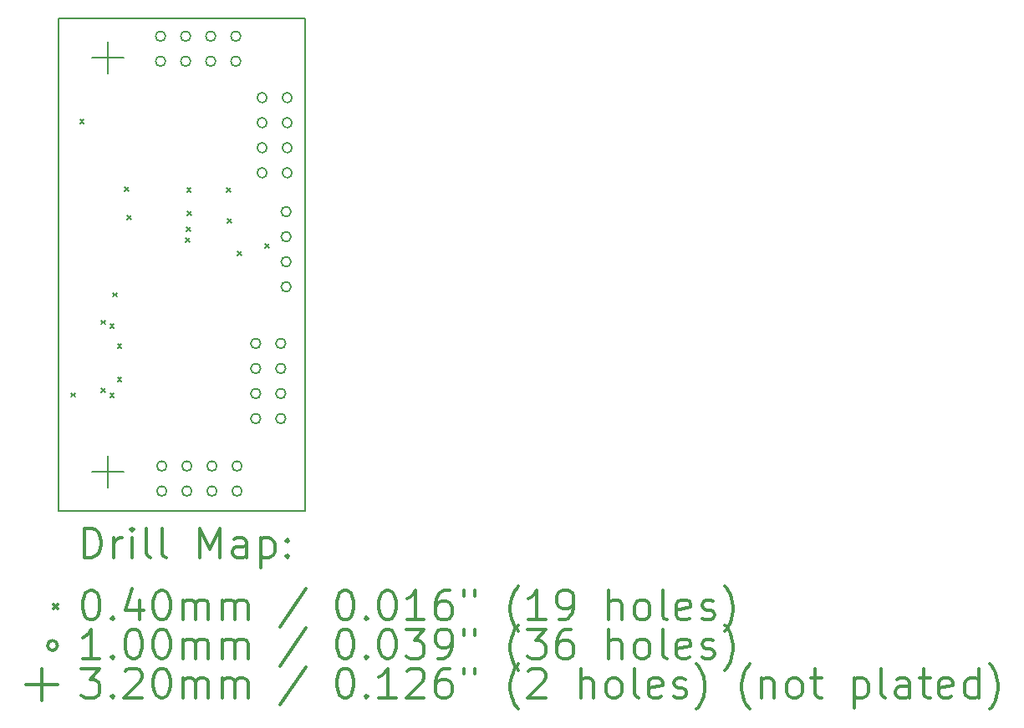
<source format=gbr>
%FSLAX45Y45*%
G04 Gerber Fmt 4.5, Leading zero omitted, Abs format (unit mm)*
G04 Created by KiCad (PCBNEW 4.0.2-stable) date 6/1/2017 8:35:35 PM*
%MOMM*%
G01*
G04 APERTURE LIST*
%ADD10C,0.127000*%
%ADD11C,0.150000*%
%ADD12C,0.200000*%
%ADD13C,0.300000*%
G04 APERTURE END LIST*
D10*
D11*
X12500000Y-10000000D02*
X10000000Y-10000000D01*
X12500000Y-15000000D02*
X12500000Y-10000000D01*
X10000000Y-15000000D02*
X12500000Y-15000000D01*
X10000000Y-10000000D02*
X10000000Y-15000000D01*
D12*
X10129840Y-13802680D02*
X10169840Y-13842680D01*
X10169840Y-13802680D02*
X10129840Y-13842680D01*
X10221280Y-11029000D02*
X10261280Y-11069000D01*
X10261280Y-11029000D02*
X10221280Y-11069000D01*
X10434640Y-13066080D02*
X10474640Y-13106080D01*
X10474640Y-13066080D02*
X10434640Y-13106080D01*
X10434640Y-13756960D02*
X10474640Y-13796960D01*
X10474640Y-13756960D02*
X10434640Y-13796960D01*
X10526080Y-13104240D02*
X10566080Y-13144240D01*
X10566080Y-13104240D02*
X10526080Y-13144240D01*
X10526080Y-13807760D02*
X10566080Y-13847760D01*
X10566080Y-13807760D02*
X10526080Y-13847760D01*
X10556560Y-12785940D02*
X10596560Y-12825940D01*
X10596560Y-12785940D02*
X10556560Y-12825940D01*
X10602280Y-13304840D02*
X10642280Y-13344840D01*
X10642280Y-13304840D02*
X10602280Y-13344840D01*
X10602280Y-13645200D02*
X10642280Y-13685200D01*
X10642280Y-13645200D02*
X10602280Y-13685200D01*
X10673400Y-11714800D02*
X10713400Y-11754800D01*
X10713400Y-11714800D02*
X10673400Y-11754800D01*
X10699990Y-12004360D02*
X10739990Y-12044360D01*
X10739990Y-12004360D02*
X10699990Y-12044360D01*
X11293160Y-12232960D02*
X11333160Y-12272960D01*
X11333160Y-12232960D02*
X11293160Y-12272960D01*
X11298240Y-12121200D02*
X11338240Y-12161200D01*
X11338240Y-12121200D02*
X11298240Y-12161200D01*
X11303320Y-11724960D02*
X11343320Y-11764960D01*
X11343320Y-11724960D02*
X11303320Y-11764960D01*
X11306015Y-11962778D02*
X11346015Y-12002778D01*
X11346015Y-11962778D02*
X11306015Y-12002778D01*
X11703040Y-11724960D02*
X11743040Y-11764960D01*
X11743040Y-11724960D02*
X11703040Y-11764960D01*
X11714800Y-12034840D02*
X11754800Y-12074840D01*
X11754800Y-12034840D02*
X11714800Y-12074840D01*
X11816400Y-12365040D02*
X11856400Y-12405040D01*
X11856400Y-12365040D02*
X11816400Y-12405040D01*
X12095800Y-12288840D02*
X12135800Y-12328840D01*
X12135800Y-12288840D02*
X12095800Y-12328840D01*
X11086300Y-10185400D02*
G75*
G03X11086300Y-10185400I-50000J0D01*
G01*
X11086300Y-10439400D02*
G75*
G03X11086300Y-10439400I-50000J0D01*
G01*
X11099000Y-14544040D02*
G75*
G03X11099000Y-14544040I-50000J0D01*
G01*
X11099000Y-14798040D02*
G75*
G03X11099000Y-14798040I-50000J0D01*
G01*
X11340300Y-10185400D02*
G75*
G03X11340300Y-10185400I-50000J0D01*
G01*
X11340300Y-10439400D02*
G75*
G03X11340300Y-10439400I-50000J0D01*
G01*
X11353000Y-14544040D02*
G75*
G03X11353000Y-14544040I-50000J0D01*
G01*
X11353000Y-14798040D02*
G75*
G03X11353000Y-14798040I-50000J0D01*
G01*
X11594300Y-10185400D02*
G75*
G03X11594300Y-10185400I-50000J0D01*
G01*
X11594300Y-10439400D02*
G75*
G03X11594300Y-10439400I-50000J0D01*
G01*
X11607000Y-14544040D02*
G75*
G03X11607000Y-14544040I-50000J0D01*
G01*
X11607000Y-14798040D02*
G75*
G03X11607000Y-14798040I-50000J0D01*
G01*
X11848300Y-10185400D02*
G75*
G03X11848300Y-10185400I-50000J0D01*
G01*
X11848300Y-10439400D02*
G75*
G03X11848300Y-10439400I-50000J0D01*
G01*
X11861000Y-14544040D02*
G75*
G03X11861000Y-14544040I-50000J0D01*
G01*
X11861000Y-14798040D02*
G75*
G03X11861000Y-14798040I-50000J0D01*
G01*
X12050000Y-13300000D02*
G75*
G03X12050000Y-13300000I-50000J0D01*
G01*
X12050000Y-13554000D02*
G75*
G03X12050000Y-13554000I-50000J0D01*
G01*
X12050000Y-13808000D02*
G75*
G03X12050000Y-13808000I-50000J0D01*
G01*
X12050000Y-14062000D02*
G75*
G03X12050000Y-14062000I-50000J0D01*
G01*
X12115000Y-10807700D02*
G75*
G03X12115000Y-10807700I-50000J0D01*
G01*
X12115000Y-11061700D02*
G75*
G03X12115000Y-11061700I-50000J0D01*
G01*
X12115000Y-11315700D02*
G75*
G03X12115000Y-11315700I-50000J0D01*
G01*
X12115000Y-11569700D02*
G75*
G03X12115000Y-11569700I-50000J0D01*
G01*
X12304000Y-13300000D02*
G75*
G03X12304000Y-13300000I-50000J0D01*
G01*
X12304000Y-13554000D02*
G75*
G03X12304000Y-13554000I-50000J0D01*
G01*
X12304000Y-13808000D02*
G75*
G03X12304000Y-13808000I-50000J0D01*
G01*
X12304000Y-14062000D02*
G75*
G03X12304000Y-14062000I-50000J0D01*
G01*
X12358200Y-11963400D02*
G75*
G03X12358200Y-11963400I-50000J0D01*
G01*
X12358200Y-12217400D02*
G75*
G03X12358200Y-12217400I-50000J0D01*
G01*
X12358200Y-12471400D02*
G75*
G03X12358200Y-12471400I-50000J0D01*
G01*
X12358200Y-12725400D02*
G75*
G03X12358200Y-12725400I-50000J0D01*
G01*
X12369000Y-10807700D02*
G75*
G03X12369000Y-10807700I-50000J0D01*
G01*
X12369000Y-11061700D02*
G75*
G03X12369000Y-11061700I-50000J0D01*
G01*
X12369000Y-11315700D02*
G75*
G03X12369000Y-11315700I-50000J0D01*
G01*
X12369000Y-11569700D02*
G75*
G03X12369000Y-11569700I-50000J0D01*
G01*
X10500000Y-10240000D02*
X10500000Y-10560000D01*
X10340000Y-10400000D02*
X10660000Y-10400000D01*
X10500000Y-14440000D02*
X10500000Y-14760000D01*
X10340000Y-14600000D02*
X10660000Y-14600000D01*
D13*
X10263929Y-15473214D02*
X10263929Y-15173214D01*
X10335357Y-15173214D01*
X10378214Y-15187500D01*
X10406786Y-15216071D01*
X10421071Y-15244643D01*
X10435357Y-15301786D01*
X10435357Y-15344643D01*
X10421071Y-15401786D01*
X10406786Y-15430357D01*
X10378214Y-15458929D01*
X10335357Y-15473214D01*
X10263929Y-15473214D01*
X10563929Y-15473214D02*
X10563929Y-15273214D01*
X10563929Y-15330357D02*
X10578214Y-15301786D01*
X10592500Y-15287500D01*
X10621071Y-15273214D01*
X10649643Y-15273214D01*
X10749643Y-15473214D02*
X10749643Y-15273214D01*
X10749643Y-15173214D02*
X10735357Y-15187500D01*
X10749643Y-15201786D01*
X10763929Y-15187500D01*
X10749643Y-15173214D01*
X10749643Y-15201786D01*
X10935357Y-15473214D02*
X10906786Y-15458929D01*
X10892500Y-15430357D01*
X10892500Y-15173214D01*
X11092500Y-15473214D02*
X11063929Y-15458929D01*
X11049643Y-15430357D01*
X11049643Y-15173214D01*
X11435357Y-15473214D02*
X11435357Y-15173214D01*
X11535357Y-15387500D01*
X11635357Y-15173214D01*
X11635357Y-15473214D01*
X11906786Y-15473214D02*
X11906786Y-15316071D01*
X11892500Y-15287500D01*
X11863928Y-15273214D01*
X11806786Y-15273214D01*
X11778214Y-15287500D01*
X11906786Y-15458929D02*
X11878214Y-15473214D01*
X11806786Y-15473214D01*
X11778214Y-15458929D01*
X11763928Y-15430357D01*
X11763928Y-15401786D01*
X11778214Y-15373214D01*
X11806786Y-15358929D01*
X11878214Y-15358929D01*
X11906786Y-15344643D01*
X12049643Y-15273214D02*
X12049643Y-15573214D01*
X12049643Y-15287500D02*
X12078214Y-15273214D01*
X12135357Y-15273214D01*
X12163928Y-15287500D01*
X12178214Y-15301786D01*
X12192500Y-15330357D01*
X12192500Y-15416071D01*
X12178214Y-15444643D01*
X12163928Y-15458929D01*
X12135357Y-15473214D01*
X12078214Y-15473214D01*
X12049643Y-15458929D01*
X12321071Y-15444643D02*
X12335357Y-15458929D01*
X12321071Y-15473214D01*
X12306786Y-15458929D01*
X12321071Y-15444643D01*
X12321071Y-15473214D01*
X12321071Y-15287500D02*
X12335357Y-15301786D01*
X12321071Y-15316071D01*
X12306786Y-15301786D01*
X12321071Y-15287500D01*
X12321071Y-15316071D01*
X9952500Y-15947500D02*
X9992500Y-15987500D01*
X9992500Y-15947500D02*
X9952500Y-15987500D01*
X10321071Y-15803214D02*
X10349643Y-15803214D01*
X10378214Y-15817500D01*
X10392500Y-15831786D01*
X10406786Y-15860357D01*
X10421071Y-15917500D01*
X10421071Y-15988929D01*
X10406786Y-16046071D01*
X10392500Y-16074643D01*
X10378214Y-16088929D01*
X10349643Y-16103214D01*
X10321071Y-16103214D01*
X10292500Y-16088929D01*
X10278214Y-16074643D01*
X10263929Y-16046071D01*
X10249643Y-15988929D01*
X10249643Y-15917500D01*
X10263929Y-15860357D01*
X10278214Y-15831786D01*
X10292500Y-15817500D01*
X10321071Y-15803214D01*
X10549643Y-16074643D02*
X10563929Y-16088929D01*
X10549643Y-16103214D01*
X10535357Y-16088929D01*
X10549643Y-16074643D01*
X10549643Y-16103214D01*
X10821071Y-15903214D02*
X10821071Y-16103214D01*
X10749643Y-15788929D02*
X10678214Y-16003214D01*
X10863928Y-16003214D01*
X11035357Y-15803214D02*
X11063929Y-15803214D01*
X11092500Y-15817500D01*
X11106786Y-15831786D01*
X11121071Y-15860357D01*
X11135357Y-15917500D01*
X11135357Y-15988929D01*
X11121071Y-16046071D01*
X11106786Y-16074643D01*
X11092500Y-16088929D01*
X11063929Y-16103214D01*
X11035357Y-16103214D01*
X11006786Y-16088929D01*
X10992500Y-16074643D01*
X10978214Y-16046071D01*
X10963929Y-15988929D01*
X10963929Y-15917500D01*
X10978214Y-15860357D01*
X10992500Y-15831786D01*
X11006786Y-15817500D01*
X11035357Y-15803214D01*
X11263928Y-16103214D02*
X11263928Y-15903214D01*
X11263928Y-15931786D02*
X11278214Y-15917500D01*
X11306786Y-15903214D01*
X11349643Y-15903214D01*
X11378214Y-15917500D01*
X11392500Y-15946071D01*
X11392500Y-16103214D01*
X11392500Y-15946071D02*
X11406786Y-15917500D01*
X11435357Y-15903214D01*
X11478214Y-15903214D01*
X11506786Y-15917500D01*
X11521071Y-15946071D01*
X11521071Y-16103214D01*
X11663928Y-16103214D02*
X11663928Y-15903214D01*
X11663928Y-15931786D02*
X11678214Y-15917500D01*
X11706786Y-15903214D01*
X11749643Y-15903214D01*
X11778214Y-15917500D01*
X11792500Y-15946071D01*
X11792500Y-16103214D01*
X11792500Y-15946071D02*
X11806786Y-15917500D01*
X11835357Y-15903214D01*
X11878214Y-15903214D01*
X11906786Y-15917500D01*
X11921071Y-15946071D01*
X11921071Y-16103214D01*
X12506786Y-15788929D02*
X12249643Y-16174643D01*
X12892500Y-15803214D02*
X12921071Y-15803214D01*
X12949643Y-15817500D01*
X12963928Y-15831786D01*
X12978214Y-15860357D01*
X12992500Y-15917500D01*
X12992500Y-15988929D01*
X12978214Y-16046071D01*
X12963928Y-16074643D01*
X12949643Y-16088929D01*
X12921071Y-16103214D01*
X12892500Y-16103214D01*
X12863928Y-16088929D01*
X12849643Y-16074643D01*
X12835357Y-16046071D01*
X12821071Y-15988929D01*
X12821071Y-15917500D01*
X12835357Y-15860357D01*
X12849643Y-15831786D01*
X12863928Y-15817500D01*
X12892500Y-15803214D01*
X13121071Y-16074643D02*
X13135357Y-16088929D01*
X13121071Y-16103214D01*
X13106786Y-16088929D01*
X13121071Y-16074643D01*
X13121071Y-16103214D01*
X13321071Y-15803214D02*
X13349643Y-15803214D01*
X13378214Y-15817500D01*
X13392500Y-15831786D01*
X13406785Y-15860357D01*
X13421071Y-15917500D01*
X13421071Y-15988929D01*
X13406785Y-16046071D01*
X13392500Y-16074643D01*
X13378214Y-16088929D01*
X13349643Y-16103214D01*
X13321071Y-16103214D01*
X13292500Y-16088929D01*
X13278214Y-16074643D01*
X13263928Y-16046071D01*
X13249643Y-15988929D01*
X13249643Y-15917500D01*
X13263928Y-15860357D01*
X13278214Y-15831786D01*
X13292500Y-15817500D01*
X13321071Y-15803214D01*
X13706785Y-16103214D02*
X13535357Y-16103214D01*
X13621071Y-16103214D02*
X13621071Y-15803214D01*
X13592500Y-15846071D01*
X13563928Y-15874643D01*
X13535357Y-15888929D01*
X13963928Y-15803214D02*
X13906785Y-15803214D01*
X13878214Y-15817500D01*
X13863928Y-15831786D01*
X13835357Y-15874643D01*
X13821071Y-15931786D01*
X13821071Y-16046071D01*
X13835357Y-16074643D01*
X13849643Y-16088929D01*
X13878214Y-16103214D01*
X13935357Y-16103214D01*
X13963928Y-16088929D01*
X13978214Y-16074643D01*
X13992500Y-16046071D01*
X13992500Y-15974643D01*
X13978214Y-15946071D01*
X13963928Y-15931786D01*
X13935357Y-15917500D01*
X13878214Y-15917500D01*
X13849643Y-15931786D01*
X13835357Y-15946071D01*
X13821071Y-15974643D01*
X14106786Y-15803214D02*
X14106786Y-15860357D01*
X14221071Y-15803214D02*
X14221071Y-15860357D01*
X14663928Y-16217500D02*
X14649643Y-16203214D01*
X14621071Y-16160357D01*
X14606785Y-16131786D01*
X14592500Y-16088929D01*
X14578214Y-16017500D01*
X14578214Y-15960357D01*
X14592500Y-15888929D01*
X14606785Y-15846071D01*
X14621071Y-15817500D01*
X14649643Y-15774643D01*
X14663928Y-15760357D01*
X14935357Y-16103214D02*
X14763928Y-16103214D01*
X14849643Y-16103214D02*
X14849643Y-15803214D01*
X14821071Y-15846071D01*
X14792500Y-15874643D01*
X14763928Y-15888929D01*
X15078214Y-16103214D02*
X15135357Y-16103214D01*
X15163928Y-16088929D01*
X15178214Y-16074643D01*
X15206785Y-16031786D01*
X15221071Y-15974643D01*
X15221071Y-15860357D01*
X15206785Y-15831786D01*
X15192500Y-15817500D01*
X15163928Y-15803214D01*
X15106785Y-15803214D01*
X15078214Y-15817500D01*
X15063928Y-15831786D01*
X15049643Y-15860357D01*
X15049643Y-15931786D01*
X15063928Y-15960357D01*
X15078214Y-15974643D01*
X15106785Y-15988929D01*
X15163928Y-15988929D01*
X15192500Y-15974643D01*
X15206785Y-15960357D01*
X15221071Y-15931786D01*
X15578214Y-16103214D02*
X15578214Y-15803214D01*
X15706785Y-16103214D02*
X15706785Y-15946071D01*
X15692500Y-15917500D01*
X15663928Y-15903214D01*
X15621071Y-15903214D01*
X15592500Y-15917500D01*
X15578214Y-15931786D01*
X15892500Y-16103214D02*
X15863928Y-16088929D01*
X15849643Y-16074643D01*
X15835357Y-16046071D01*
X15835357Y-15960357D01*
X15849643Y-15931786D01*
X15863928Y-15917500D01*
X15892500Y-15903214D01*
X15935357Y-15903214D01*
X15963928Y-15917500D01*
X15978214Y-15931786D01*
X15992500Y-15960357D01*
X15992500Y-16046071D01*
X15978214Y-16074643D01*
X15963928Y-16088929D01*
X15935357Y-16103214D01*
X15892500Y-16103214D01*
X16163928Y-16103214D02*
X16135357Y-16088929D01*
X16121071Y-16060357D01*
X16121071Y-15803214D01*
X16392500Y-16088929D02*
X16363928Y-16103214D01*
X16306786Y-16103214D01*
X16278214Y-16088929D01*
X16263928Y-16060357D01*
X16263928Y-15946071D01*
X16278214Y-15917500D01*
X16306786Y-15903214D01*
X16363928Y-15903214D01*
X16392500Y-15917500D01*
X16406786Y-15946071D01*
X16406786Y-15974643D01*
X16263928Y-16003214D01*
X16521071Y-16088929D02*
X16549643Y-16103214D01*
X16606786Y-16103214D01*
X16635357Y-16088929D01*
X16649643Y-16060357D01*
X16649643Y-16046071D01*
X16635357Y-16017500D01*
X16606786Y-16003214D01*
X16563928Y-16003214D01*
X16535357Y-15988929D01*
X16521071Y-15960357D01*
X16521071Y-15946071D01*
X16535357Y-15917500D01*
X16563928Y-15903214D01*
X16606786Y-15903214D01*
X16635357Y-15917500D01*
X16749643Y-16217500D02*
X16763928Y-16203214D01*
X16792500Y-16160357D01*
X16806786Y-16131786D01*
X16821071Y-16088929D01*
X16835357Y-16017500D01*
X16835357Y-15960357D01*
X16821071Y-15888929D01*
X16806786Y-15846071D01*
X16792500Y-15817500D01*
X16763928Y-15774643D01*
X16749643Y-15760357D01*
X9992500Y-16363500D02*
G75*
G03X9992500Y-16363500I-50000J0D01*
G01*
X10421071Y-16499214D02*
X10249643Y-16499214D01*
X10335357Y-16499214D02*
X10335357Y-16199214D01*
X10306786Y-16242071D01*
X10278214Y-16270643D01*
X10249643Y-16284929D01*
X10549643Y-16470643D02*
X10563929Y-16484929D01*
X10549643Y-16499214D01*
X10535357Y-16484929D01*
X10549643Y-16470643D01*
X10549643Y-16499214D01*
X10749643Y-16199214D02*
X10778214Y-16199214D01*
X10806786Y-16213500D01*
X10821071Y-16227786D01*
X10835357Y-16256357D01*
X10849643Y-16313500D01*
X10849643Y-16384929D01*
X10835357Y-16442071D01*
X10821071Y-16470643D01*
X10806786Y-16484929D01*
X10778214Y-16499214D01*
X10749643Y-16499214D01*
X10721071Y-16484929D01*
X10706786Y-16470643D01*
X10692500Y-16442071D01*
X10678214Y-16384929D01*
X10678214Y-16313500D01*
X10692500Y-16256357D01*
X10706786Y-16227786D01*
X10721071Y-16213500D01*
X10749643Y-16199214D01*
X11035357Y-16199214D02*
X11063929Y-16199214D01*
X11092500Y-16213500D01*
X11106786Y-16227786D01*
X11121071Y-16256357D01*
X11135357Y-16313500D01*
X11135357Y-16384929D01*
X11121071Y-16442071D01*
X11106786Y-16470643D01*
X11092500Y-16484929D01*
X11063929Y-16499214D01*
X11035357Y-16499214D01*
X11006786Y-16484929D01*
X10992500Y-16470643D01*
X10978214Y-16442071D01*
X10963929Y-16384929D01*
X10963929Y-16313500D01*
X10978214Y-16256357D01*
X10992500Y-16227786D01*
X11006786Y-16213500D01*
X11035357Y-16199214D01*
X11263928Y-16499214D02*
X11263928Y-16299214D01*
X11263928Y-16327786D02*
X11278214Y-16313500D01*
X11306786Y-16299214D01*
X11349643Y-16299214D01*
X11378214Y-16313500D01*
X11392500Y-16342071D01*
X11392500Y-16499214D01*
X11392500Y-16342071D02*
X11406786Y-16313500D01*
X11435357Y-16299214D01*
X11478214Y-16299214D01*
X11506786Y-16313500D01*
X11521071Y-16342071D01*
X11521071Y-16499214D01*
X11663928Y-16499214D02*
X11663928Y-16299214D01*
X11663928Y-16327786D02*
X11678214Y-16313500D01*
X11706786Y-16299214D01*
X11749643Y-16299214D01*
X11778214Y-16313500D01*
X11792500Y-16342071D01*
X11792500Y-16499214D01*
X11792500Y-16342071D02*
X11806786Y-16313500D01*
X11835357Y-16299214D01*
X11878214Y-16299214D01*
X11906786Y-16313500D01*
X11921071Y-16342071D01*
X11921071Y-16499214D01*
X12506786Y-16184929D02*
X12249643Y-16570643D01*
X12892500Y-16199214D02*
X12921071Y-16199214D01*
X12949643Y-16213500D01*
X12963928Y-16227786D01*
X12978214Y-16256357D01*
X12992500Y-16313500D01*
X12992500Y-16384929D01*
X12978214Y-16442071D01*
X12963928Y-16470643D01*
X12949643Y-16484929D01*
X12921071Y-16499214D01*
X12892500Y-16499214D01*
X12863928Y-16484929D01*
X12849643Y-16470643D01*
X12835357Y-16442071D01*
X12821071Y-16384929D01*
X12821071Y-16313500D01*
X12835357Y-16256357D01*
X12849643Y-16227786D01*
X12863928Y-16213500D01*
X12892500Y-16199214D01*
X13121071Y-16470643D02*
X13135357Y-16484929D01*
X13121071Y-16499214D01*
X13106786Y-16484929D01*
X13121071Y-16470643D01*
X13121071Y-16499214D01*
X13321071Y-16199214D02*
X13349643Y-16199214D01*
X13378214Y-16213500D01*
X13392500Y-16227786D01*
X13406785Y-16256357D01*
X13421071Y-16313500D01*
X13421071Y-16384929D01*
X13406785Y-16442071D01*
X13392500Y-16470643D01*
X13378214Y-16484929D01*
X13349643Y-16499214D01*
X13321071Y-16499214D01*
X13292500Y-16484929D01*
X13278214Y-16470643D01*
X13263928Y-16442071D01*
X13249643Y-16384929D01*
X13249643Y-16313500D01*
X13263928Y-16256357D01*
X13278214Y-16227786D01*
X13292500Y-16213500D01*
X13321071Y-16199214D01*
X13521071Y-16199214D02*
X13706785Y-16199214D01*
X13606785Y-16313500D01*
X13649643Y-16313500D01*
X13678214Y-16327786D01*
X13692500Y-16342071D01*
X13706785Y-16370643D01*
X13706785Y-16442071D01*
X13692500Y-16470643D01*
X13678214Y-16484929D01*
X13649643Y-16499214D01*
X13563928Y-16499214D01*
X13535357Y-16484929D01*
X13521071Y-16470643D01*
X13849643Y-16499214D02*
X13906785Y-16499214D01*
X13935357Y-16484929D01*
X13949643Y-16470643D01*
X13978214Y-16427786D01*
X13992500Y-16370643D01*
X13992500Y-16256357D01*
X13978214Y-16227786D01*
X13963928Y-16213500D01*
X13935357Y-16199214D01*
X13878214Y-16199214D01*
X13849643Y-16213500D01*
X13835357Y-16227786D01*
X13821071Y-16256357D01*
X13821071Y-16327786D01*
X13835357Y-16356357D01*
X13849643Y-16370643D01*
X13878214Y-16384929D01*
X13935357Y-16384929D01*
X13963928Y-16370643D01*
X13978214Y-16356357D01*
X13992500Y-16327786D01*
X14106786Y-16199214D02*
X14106786Y-16256357D01*
X14221071Y-16199214D02*
X14221071Y-16256357D01*
X14663928Y-16613500D02*
X14649643Y-16599214D01*
X14621071Y-16556357D01*
X14606785Y-16527786D01*
X14592500Y-16484929D01*
X14578214Y-16413500D01*
X14578214Y-16356357D01*
X14592500Y-16284929D01*
X14606785Y-16242071D01*
X14621071Y-16213500D01*
X14649643Y-16170643D01*
X14663928Y-16156357D01*
X14749643Y-16199214D02*
X14935357Y-16199214D01*
X14835357Y-16313500D01*
X14878214Y-16313500D01*
X14906785Y-16327786D01*
X14921071Y-16342071D01*
X14935357Y-16370643D01*
X14935357Y-16442071D01*
X14921071Y-16470643D01*
X14906785Y-16484929D01*
X14878214Y-16499214D01*
X14792500Y-16499214D01*
X14763928Y-16484929D01*
X14749643Y-16470643D01*
X15192500Y-16199214D02*
X15135357Y-16199214D01*
X15106785Y-16213500D01*
X15092500Y-16227786D01*
X15063928Y-16270643D01*
X15049643Y-16327786D01*
X15049643Y-16442071D01*
X15063928Y-16470643D01*
X15078214Y-16484929D01*
X15106785Y-16499214D01*
X15163928Y-16499214D01*
X15192500Y-16484929D01*
X15206785Y-16470643D01*
X15221071Y-16442071D01*
X15221071Y-16370643D01*
X15206785Y-16342071D01*
X15192500Y-16327786D01*
X15163928Y-16313500D01*
X15106785Y-16313500D01*
X15078214Y-16327786D01*
X15063928Y-16342071D01*
X15049643Y-16370643D01*
X15578214Y-16499214D02*
X15578214Y-16199214D01*
X15706785Y-16499214D02*
X15706785Y-16342071D01*
X15692500Y-16313500D01*
X15663928Y-16299214D01*
X15621071Y-16299214D01*
X15592500Y-16313500D01*
X15578214Y-16327786D01*
X15892500Y-16499214D02*
X15863928Y-16484929D01*
X15849643Y-16470643D01*
X15835357Y-16442071D01*
X15835357Y-16356357D01*
X15849643Y-16327786D01*
X15863928Y-16313500D01*
X15892500Y-16299214D01*
X15935357Y-16299214D01*
X15963928Y-16313500D01*
X15978214Y-16327786D01*
X15992500Y-16356357D01*
X15992500Y-16442071D01*
X15978214Y-16470643D01*
X15963928Y-16484929D01*
X15935357Y-16499214D01*
X15892500Y-16499214D01*
X16163928Y-16499214D02*
X16135357Y-16484929D01*
X16121071Y-16456357D01*
X16121071Y-16199214D01*
X16392500Y-16484929D02*
X16363928Y-16499214D01*
X16306786Y-16499214D01*
X16278214Y-16484929D01*
X16263928Y-16456357D01*
X16263928Y-16342071D01*
X16278214Y-16313500D01*
X16306786Y-16299214D01*
X16363928Y-16299214D01*
X16392500Y-16313500D01*
X16406786Y-16342071D01*
X16406786Y-16370643D01*
X16263928Y-16399214D01*
X16521071Y-16484929D02*
X16549643Y-16499214D01*
X16606786Y-16499214D01*
X16635357Y-16484929D01*
X16649643Y-16456357D01*
X16649643Y-16442071D01*
X16635357Y-16413500D01*
X16606786Y-16399214D01*
X16563928Y-16399214D01*
X16535357Y-16384929D01*
X16521071Y-16356357D01*
X16521071Y-16342071D01*
X16535357Y-16313500D01*
X16563928Y-16299214D01*
X16606786Y-16299214D01*
X16635357Y-16313500D01*
X16749643Y-16613500D02*
X16763928Y-16599214D01*
X16792500Y-16556357D01*
X16806786Y-16527786D01*
X16821071Y-16484929D01*
X16835357Y-16413500D01*
X16835357Y-16356357D01*
X16821071Y-16284929D01*
X16806786Y-16242071D01*
X16792500Y-16213500D01*
X16763928Y-16170643D01*
X16749643Y-16156357D01*
X9832500Y-16599500D02*
X9832500Y-16919500D01*
X9672500Y-16759500D02*
X9992500Y-16759500D01*
X10235357Y-16595214D02*
X10421071Y-16595214D01*
X10321071Y-16709500D01*
X10363929Y-16709500D01*
X10392500Y-16723786D01*
X10406786Y-16738071D01*
X10421071Y-16766643D01*
X10421071Y-16838072D01*
X10406786Y-16866643D01*
X10392500Y-16880929D01*
X10363929Y-16895214D01*
X10278214Y-16895214D01*
X10249643Y-16880929D01*
X10235357Y-16866643D01*
X10549643Y-16866643D02*
X10563929Y-16880929D01*
X10549643Y-16895214D01*
X10535357Y-16880929D01*
X10549643Y-16866643D01*
X10549643Y-16895214D01*
X10678214Y-16623786D02*
X10692500Y-16609500D01*
X10721071Y-16595214D01*
X10792500Y-16595214D01*
X10821071Y-16609500D01*
X10835357Y-16623786D01*
X10849643Y-16652357D01*
X10849643Y-16680929D01*
X10835357Y-16723786D01*
X10663928Y-16895214D01*
X10849643Y-16895214D01*
X11035357Y-16595214D02*
X11063929Y-16595214D01*
X11092500Y-16609500D01*
X11106786Y-16623786D01*
X11121071Y-16652357D01*
X11135357Y-16709500D01*
X11135357Y-16780929D01*
X11121071Y-16838072D01*
X11106786Y-16866643D01*
X11092500Y-16880929D01*
X11063929Y-16895214D01*
X11035357Y-16895214D01*
X11006786Y-16880929D01*
X10992500Y-16866643D01*
X10978214Y-16838072D01*
X10963929Y-16780929D01*
X10963929Y-16709500D01*
X10978214Y-16652357D01*
X10992500Y-16623786D01*
X11006786Y-16609500D01*
X11035357Y-16595214D01*
X11263928Y-16895214D02*
X11263928Y-16695214D01*
X11263928Y-16723786D02*
X11278214Y-16709500D01*
X11306786Y-16695214D01*
X11349643Y-16695214D01*
X11378214Y-16709500D01*
X11392500Y-16738071D01*
X11392500Y-16895214D01*
X11392500Y-16738071D02*
X11406786Y-16709500D01*
X11435357Y-16695214D01*
X11478214Y-16695214D01*
X11506786Y-16709500D01*
X11521071Y-16738071D01*
X11521071Y-16895214D01*
X11663928Y-16895214D02*
X11663928Y-16695214D01*
X11663928Y-16723786D02*
X11678214Y-16709500D01*
X11706786Y-16695214D01*
X11749643Y-16695214D01*
X11778214Y-16709500D01*
X11792500Y-16738071D01*
X11792500Y-16895214D01*
X11792500Y-16738071D02*
X11806786Y-16709500D01*
X11835357Y-16695214D01*
X11878214Y-16695214D01*
X11906786Y-16709500D01*
X11921071Y-16738071D01*
X11921071Y-16895214D01*
X12506786Y-16580929D02*
X12249643Y-16966643D01*
X12892500Y-16595214D02*
X12921071Y-16595214D01*
X12949643Y-16609500D01*
X12963928Y-16623786D01*
X12978214Y-16652357D01*
X12992500Y-16709500D01*
X12992500Y-16780929D01*
X12978214Y-16838072D01*
X12963928Y-16866643D01*
X12949643Y-16880929D01*
X12921071Y-16895214D01*
X12892500Y-16895214D01*
X12863928Y-16880929D01*
X12849643Y-16866643D01*
X12835357Y-16838072D01*
X12821071Y-16780929D01*
X12821071Y-16709500D01*
X12835357Y-16652357D01*
X12849643Y-16623786D01*
X12863928Y-16609500D01*
X12892500Y-16595214D01*
X13121071Y-16866643D02*
X13135357Y-16880929D01*
X13121071Y-16895214D01*
X13106786Y-16880929D01*
X13121071Y-16866643D01*
X13121071Y-16895214D01*
X13421071Y-16895214D02*
X13249643Y-16895214D01*
X13335357Y-16895214D02*
X13335357Y-16595214D01*
X13306785Y-16638071D01*
X13278214Y-16666643D01*
X13249643Y-16680929D01*
X13535357Y-16623786D02*
X13549643Y-16609500D01*
X13578214Y-16595214D01*
X13649643Y-16595214D01*
X13678214Y-16609500D01*
X13692500Y-16623786D01*
X13706785Y-16652357D01*
X13706785Y-16680929D01*
X13692500Y-16723786D01*
X13521071Y-16895214D01*
X13706785Y-16895214D01*
X13963928Y-16595214D02*
X13906785Y-16595214D01*
X13878214Y-16609500D01*
X13863928Y-16623786D01*
X13835357Y-16666643D01*
X13821071Y-16723786D01*
X13821071Y-16838072D01*
X13835357Y-16866643D01*
X13849643Y-16880929D01*
X13878214Y-16895214D01*
X13935357Y-16895214D01*
X13963928Y-16880929D01*
X13978214Y-16866643D01*
X13992500Y-16838072D01*
X13992500Y-16766643D01*
X13978214Y-16738071D01*
X13963928Y-16723786D01*
X13935357Y-16709500D01*
X13878214Y-16709500D01*
X13849643Y-16723786D01*
X13835357Y-16738071D01*
X13821071Y-16766643D01*
X14106786Y-16595214D02*
X14106786Y-16652357D01*
X14221071Y-16595214D02*
X14221071Y-16652357D01*
X14663928Y-17009500D02*
X14649643Y-16995214D01*
X14621071Y-16952357D01*
X14606785Y-16923786D01*
X14592500Y-16880929D01*
X14578214Y-16809500D01*
X14578214Y-16752357D01*
X14592500Y-16680929D01*
X14606785Y-16638071D01*
X14621071Y-16609500D01*
X14649643Y-16566643D01*
X14663928Y-16552357D01*
X14763928Y-16623786D02*
X14778214Y-16609500D01*
X14806785Y-16595214D01*
X14878214Y-16595214D01*
X14906785Y-16609500D01*
X14921071Y-16623786D01*
X14935357Y-16652357D01*
X14935357Y-16680929D01*
X14921071Y-16723786D01*
X14749643Y-16895214D01*
X14935357Y-16895214D01*
X15292500Y-16895214D02*
X15292500Y-16595214D01*
X15421071Y-16895214D02*
X15421071Y-16738071D01*
X15406785Y-16709500D01*
X15378214Y-16695214D01*
X15335357Y-16695214D01*
X15306785Y-16709500D01*
X15292500Y-16723786D01*
X15606785Y-16895214D02*
X15578214Y-16880929D01*
X15563928Y-16866643D01*
X15549643Y-16838072D01*
X15549643Y-16752357D01*
X15563928Y-16723786D01*
X15578214Y-16709500D01*
X15606785Y-16695214D01*
X15649643Y-16695214D01*
X15678214Y-16709500D01*
X15692500Y-16723786D01*
X15706785Y-16752357D01*
X15706785Y-16838072D01*
X15692500Y-16866643D01*
X15678214Y-16880929D01*
X15649643Y-16895214D01*
X15606785Y-16895214D01*
X15878214Y-16895214D02*
X15849643Y-16880929D01*
X15835357Y-16852357D01*
X15835357Y-16595214D01*
X16106786Y-16880929D02*
X16078214Y-16895214D01*
X16021071Y-16895214D01*
X15992500Y-16880929D01*
X15978214Y-16852357D01*
X15978214Y-16738071D01*
X15992500Y-16709500D01*
X16021071Y-16695214D01*
X16078214Y-16695214D01*
X16106786Y-16709500D01*
X16121071Y-16738071D01*
X16121071Y-16766643D01*
X15978214Y-16795214D01*
X16235357Y-16880929D02*
X16263928Y-16895214D01*
X16321071Y-16895214D01*
X16349643Y-16880929D01*
X16363928Y-16852357D01*
X16363928Y-16838072D01*
X16349643Y-16809500D01*
X16321071Y-16795214D01*
X16278214Y-16795214D01*
X16249643Y-16780929D01*
X16235357Y-16752357D01*
X16235357Y-16738071D01*
X16249643Y-16709500D01*
X16278214Y-16695214D01*
X16321071Y-16695214D01*
X16349643Y-16709500D01*
X16463928Y-17009500D02*
X16478214Y-16995214D01*
X16506786Y-16952357D01*
X16521071Y-16923786D01*
X16535357Y-16880929D01*
X16549643Y-16809500D01*
X16549643Y-16752357D01*
X16535357Y-16680929D01*
X16521071Y-16638071D01*
X16506786Y-16609500D01*
X16478214Y-16566643D01*
X16463928Y-16552357D01*
X17006786Y-17009500D02*
X16992500Y-16995214D01*
X16963928Y-16952357D01*
X16949643Y-16923786D01*
X16935357Y-16880929D01*
X16921071Y-16809500D01*
X16921071Y-16752357D01*
X16935357Y-16680929D01*
X16949643Y-16638071D01*
X16963928Y-16609500D01*
X16992500Y-16566643D01*
X17006786Y-16552357D01*
X17121071Y-16695214D02*
X17121071Y-16895214D01*
X17121071Y-16723786D02*
X17135357Y-16709500D01*
X17163928Y-16695214D01*
X17206786Y-16695214D01*
X17235357Y-16709500D01*
X17249643Y-16738071D01*
X17249643Y-16895214D01*
X17435357Y-16895214D02*
X17406786Y-16880929D01*
X17392500Y-16866643D01*
X17378214Y-16838072D01*
X17378214Y-16752357D01*
X17392500Y-16723786D01*
X17406786Y-16709500D01*
X17435357Y-16695214D01*
X17478214Y-16695214D01*
X17506786Y-16709500D01*
X17521071Y-16723786D01*
X17535357Y-16752357D01*
X17535357Y-16838072D01*
X17521071Y-16866643D01*
X17506786Y-16880929D01*
X17478214Y-16895214D01*
X17435357Y-16895214D01*
X17621071Y-16695214D02*
X17735357Y-16695214D01*
X17663929Y-16595214D02*
X17663929Y-16852357D01*
X17678214Y-16880929D01*
X17706786Y-16895214D01*
X17735357Y-16895214D01*
X18063929Y-16695214D02*
X18063929Y-16995214D01*
X18063929Y-16709500D02*
X18092500Y-16695214D01*
X18149643Y-16695214D01*
X18178214Y-16709500D01*
X18192500Y-16723786D01*
X18206786Y-16752357D01*
X18206786Y-16838072D01*
X18192500Y-16866643D01*
X18178214Y-16880929D01*
X18149643Y-16895214D01*
X18092500Y-16895214D01*
X18063929Y-16880929D01*
X18378214Y-16895214D02*
X18349643Y-16880929D01*
X18335357Y-16852357D01*
X18335357Y-16595214D01*
X18621071Y-16895214D02*
X18621071Y-16738071D01*
X18606786Y-16709500D01*
X18578214Y-16695214D01*
X18521071Y-16695214D01*
X18492500Y-16709500D01*
X18621071Y-16880929D02*
X18592500Y-16895214D01*
X18521071Y-16895214D01*
X18492500Y-16880929D01*
X18478214Y-16852357D01*
X18478214Y-16823786D01*
X18492500Y-16795214D01*
X18521071Y-16780929D01*
X18592500Y-16780929D01*
X18621071Y-16766643D01*
X18721071Y-16695214D02*
X18835357Y-16695214D01*
X18763929Y-16595214D02*
X18763929Y-16852357D01*
X18778214Y-16880929D01*
X18806786Y-16895214D01*
X18835357Y-16895214D01*
X19049643Y-16880929D02*
X19021072Y-16895214D01*
X18963929Y-16895214D01*
X18935357Y-16880929D01*
X18921072Y-16852357D01*
X18921072Y-16738071D01*
X18935357Y-16709500D01*
X18963929Y-16695214D01*
X19021072Y-16695214D01*
X19049643Y-16709500D01*
X19063929Y-16738071D01*
X19063929Y-16766643D01*
X18921072Y-16795214D01*
X19321072Y-16895214D02*
X19321072Y-16595214D01*
X19321072Y-16880929D02*
X19292500Y-16895214D01*
X19235357Y-16895214D01*
X19206786Y-16880929D01*
X19192500Y-16866643D01*
X19178214Y-16838072D01*
X19178214Y-16752357D01*
X19192500Y-16723786D01*
X19206786Y-16709500D01*
X19235357Y-16695214D01*
X19292500Y-16695214D01*
X19321072Y-16709500D01*
X19435357Y-17009500D02*
X19449643Y-16995214D01*
X19478214Y-16952357D01*
X19492500Y-16923786D01*
X19506786Y-16880929D01*
X19521072Y-16809500D01*
X19521072Y-16752357D01*
X19506786Y-16680929D01*
X19492500Y-16638071D01*
X19478214Y-16609500D01*
X19449643Y-16566643D01*
X19435357Y-16552357D01*
M02*

</source>
